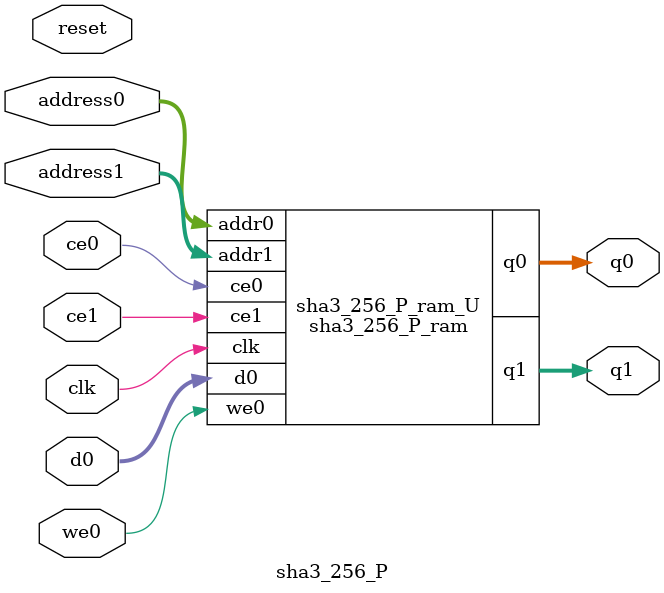
<source format=v>
`timescale 1 ns / 1 ps
module sha3_256_P_ram (addr0, ce0, d0, we0, q0, addr1, ce1, q1,  clk);

parameter DWIDTH = 8;
parameter AWIDTH = 8;
parameter MEM_SIZE = 136;

input[AWIDTH-1:0] addr0;
input ce0;
input[DWIDTH-1:0] d0;
input we0;
output reg[DWIDTH-1:0] q0;
input[AWIDTH-1:0] addr1;
input ce1;
output reg[DWIDTH-1:0] q1;
input clk;

(* ram_style = "block" *)reg [DWIDTH-1:0] ram[0:MEM_SIZE-1];




always @(posedge clk)  
begin 
    if (ce0) begin
        if (we0) 
            ram[addr0] <= d0; 
        q0 <= ram[addr0];
    end
end


always @(posedge clk)  
begin 
    if (ce1) begin
        q1 <= ram[addr1];
    end
end


endmodule

`timescale 1 ns / 1 ps
module sha3_256_P(
    reset,
    clk,
    address0,
    ce0,
    we0,
    d0,
    q0,
    address1,
    ce1,
    q1);

parameter DataWidth = 32'd8;
parameter AddressRange = 32'd136;
parameter AddressWidth = 32'd8;
input reset;
input clk;
input[AddressWidth - 1:0] address0;
input ce0;
input we0;
input[DataWidth - 1:0] d0;
output[DataWidth - 1:0] q0;
input[AddressWidth - 1:0] address1;
input ce1;
output[DataWidth - 1:0] q1;



sha3_256_P_ram sha3_256_P_ram_U(
    .clk( clk ),
    .addr0( address0 ),
    .ce0( ce0 ),
    .we0( we0 ),
    .d0( d0 ),
    .q0( q0 ),
    .addr1( address1 ),
    .ce1( ce1 ),
    .q1( q1 ));

endmodule


</source>
